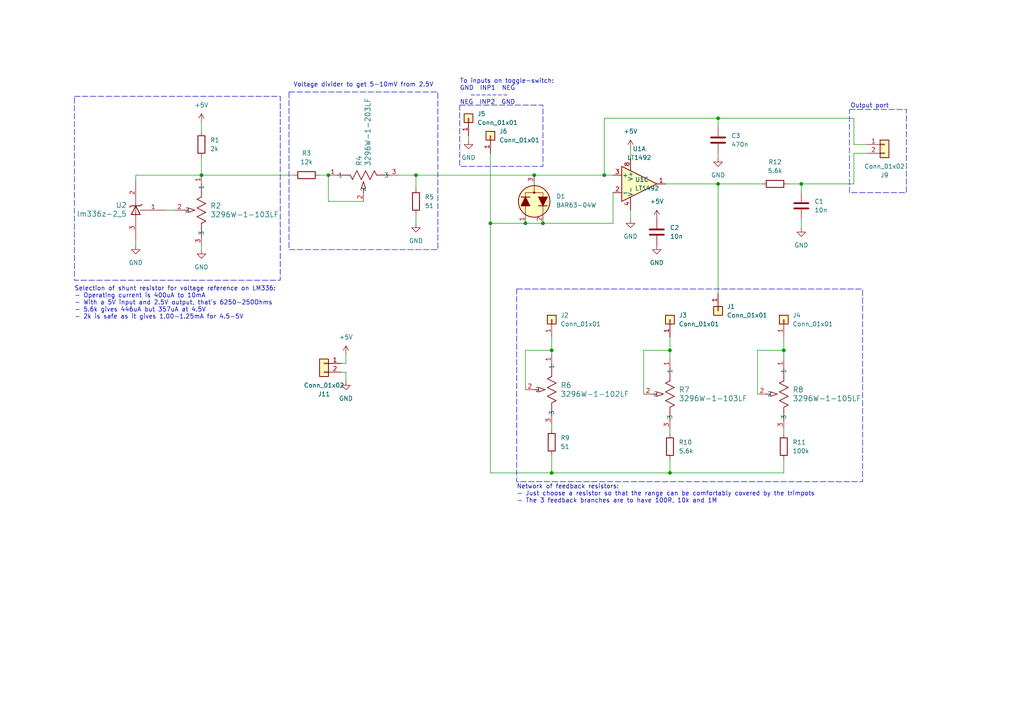
<source format=kicad_sch>
(kicad_sch (version 20231120) (generator "eeschema") (generator_version "8.0")
  (paper "A4")
  (title_block (title "Safe Ohmmeter, Author: Prasanna Pakkiam") (rev "1.0"))
  (lib_symbols
    (symbol "Amplifier_Operational:LT1492" (pin_names (offset 0.127))
      (property "Reference" "U" (at 0 5.08 0))
      (property "Value" "LT1492" (at 0 -5.08 0))
      (symbol "LT1492_1_1"
        (polyline (pts (xy -5.08 5.08) (xy 5.08 0) (xy -5.08 -5.08) (xy -5.08 5.08)) (stroke (width 0.254)) (fill (type background)))
        (pin output line (at 7.62 0 180) (length 2.54) (name "~") (number "1"))
        (pin input line (at -7.62 -2.54 0) (length 2.54) (name "-") (number "2"))
        (pin input line (at -7.62 2.54 0) (length 2.54) (name "+") (number "3"))
      )
      (symbol "LT1492_2_1"
        (polyline (pts (xy -5.08 5.08) (xy 5.08 0) (xy -5.08 -5.08) (xy -5.08 5.08)) (stroke (width 0.254)) (fill (type background)))
        (pin input line (at -7.62 2.54 0) (length 2.54) (name "+") (number "5"))
        (pin input line (at -7.62 -2.54 0) (length 2.54) (name "-") (number "6"))
        (pin output line (at 7.62 0 180) (length 2.54) (name "~") (number "7"))
      )
      (symbol "LT1492_3_1"
        (pin power_in line (at -2.54 -7.62 90) (length 3.81) (name "V-") (number "4"))
        (pin power_in line (at -2.54 7.62 270) (length 3.81) (name "V+") (number "8"))
      )
    )
    (symbol "BournsTrimpots:3296W-1-103LF" (pin_names (offset 0.254))
      (property "Reference" "R" (at 10.795 -3.175 0))
      (property "Value" "3296W-1-103LF" (at 10.795 -6.35 0))
      (symbol "3296W-1-103LF_1_1"
        (polyline (pts (xy 2.54 0) (xy 6.35 0)) (stroke (width 0.2032)))
        (polyline (pts (xy 6.35 0) (xy 6.985 1.27)) (stroke (width 0.2032)))
        (polyline (pts (xy 6.985 1.27) (xy 8.255 -1.27)) (stroke (width 0.2032)))
        (polyline (pts (xy 8.255 -1.27) (xy 9.525 1.27)) (stroke (width 0.2032)))
        (polyline (pts (xy 9.525 1.27) (xy 10.795 -1.27)) (stroke (width 0.2032)))
        (polyline (pts (xy 9.525 3.81) (xy 10.16 1.905)) (stroke (width 0.2032)))
        (polyline (pts (xy 9.525 3.81) (xy 10.795 3.81)) (stroke (width 0.2032)))
        (polyline (pts (xy 10.16 3.81) (xy 10.16 5.08)) (stroke (width 0.2032)))
        (polyline (pts (xy 10.795 -1.27) (xy 12.065 1.27)) (stroke (width 0.2032)))
        (polyline (pts (xy 10.795 3.81) (xy 10.16 1.905)) (stroke (width 0.2032)))
        (polyline (pts (xy 12.065 1.27) (xy 13.335 -1.27)) (stroke (width 0.2032)))
        (polyline (pts (xy 13.335 -1.27) (xy 13.97 0)) (stroke (width 0.2032)))
        (polyline (pts (xy 13.97 0) (xy 17.78 0)) (stroke (width 0.2032)))
        (pin unspecified line (at 0 0 0) (length 2.54) (name "1") (number "1"))
        (pin unspecified line (at 10.16 7.62 270) (length 2.54) (name "2") (number "2"))
        (pin unspecified line (at 20.32 0 180) (length 2.54) (name "3") (number "3"))
      )
      (symbol "3296W-1-103LF_1_2"
        (polyline (pts (xy -3.81 -10.795) (xy -3.81 -9.525)) (stroke (width 0.2032)))
        (polyline (pts (xy -3.81 -10.795) (xy -1.905 -10.16)) (stroke (width 0.2032)))
        (polyline (pts (xy -3.81 -10.16) (xy -5.08 -10.16)) (stroke (width 0.2032)))
        (polyline (pts (xy -3.81 -9.525) (xy -1.905 -10.16)) (stroke (width 0.2032)))
        (polyline (pts (xy -1.27 -13.335) (xy 1.27 -12.065)) (stroke (width 0.2032)))
        (polyline (pts (xy -1.27 -10.795) (xy 1.27 -9.525)) (stroke (width 0.2032)))
        (polyline (pts (xy -1.27 -8.255) (xy 1.27 -6.985)) (stroke (width 0.2032)))
        (polyline (pts (xy 0 -17.78) (xy 0 -13.97)) (stroke (width 0.2032)))
        (polyline (pts (xy 0 -13.97) (xy -1.27 -13.335)) (stroke (width 0.2032)))
        (polyline (pts (xy 0 -6.35) (xy 0 -2.54)) (stroke (width 0.2032)))
        (polyline (pts (xy 1.27 -12.065) (xy -1.27 -10.795)) (stroke (width 0.2032)))
        (polyline (pts (xy 1.27 -9.525) (xy -1.27 -8.255)) (stroke (width 0.2032)))
        (polyline (pts (xy 1.27 -6.985) (xy 0 -6.35)) (stroke (width 0.2032)))
        (pin unspecified line (at 0 0 270) (length 2.54) (name "1") (number "1"))
        (pin unspecified line (at -7.62 -10.16 0) (length 2.54) (name "2") (number "2"))
        (pin unspecified line (at 0 -20.32 90) (length 2.54) (name "3") (number "3"))
      )
    )
    (symbol "Connector_Generic:Conn_01x01" (pin_names (offset 1.016) hide)
      (property "Reference" "J" (at 0 2.54 0))
      (property "Value" "Conn_01x01" (at 0 -2.54 0))
      (symbol "Conn_01x01_1_1"
        (rectangle (start -1.27 0.127) (end 0 -0.127) (stroke (width 0.1524)))
        (rectangle (start -1.27 1.27) (end 1.27 -1.27) (stroke (width 0.254)) (fill (type background)))
        (pin passive line (at -5.08 0 0) (length 3.81) (name "Pin_1") (number "1"))
      )
    )
    (symbol "Connector_Generic:Conn_01x02" (pin_names (offset 1.016) hide)
      (property "Reference" "J" (at 0 2.54 0))
      (property "Value" "Conn_01x02" (at 0 -5.08 0))
      (symbol "Conn_01x02_1_1"
        (rectangle (start -1.27 -2.413) (end 0 -2.667) (stroke (width 0.1524)))
        (rectangle (start -1.27 0.127) (end 0 -0.127) (stroke (width 0.1524)))
        (rectangle (start -1.27 1.27) (end 1.27 -3.81) (stroke (width 0.254)) (fill (type background)))
        (pin passive line (at -5.08 0 0) (length 3.81) (name "Pin_1") (number "1"))
        (pin passive line (at -5.08 -2.54 0) (length 3.81) (name "Pin_2") (number "2"))
      )
    )
    (symbol "Device:C" (pin_numbers hide) (pin_names (offset 0.254))
      (property "Reference" "C" (at 0.635 2.54 0))
      (property "Value" "C" (at 0.635 -2.54 0))
      (symbol "C_0_1"
        (polyline (pts (xy -2.032 -0.762) (xy 2.032 -0.762)) (stroke (width 0.508)))
        (polyline (pts (xy -2.032 0.762) (xy 2.032 0.762)) (stroke (width 0.508)))
      )
      (symbol "C_1_1"
        (pin passive line (at 0 3.81 270) (length 2.794) (name "~") (number "1"))
        (pin passive line (at 0 -3.81 90) (length 2.794) (name "~") (number "2"))
      )
    )
    (symbol "Device:R" (pin_numbers hide) (pin_names (offset 0))
      (property "Reference" "R" (at 2.032 0 90))
      (property "Value" "R" (at 0 0 90))
      (symbol "R_0_1"
        (rectangle (start -1.016 -2.54) (end 1.016 2.54) (stroke (width 0.254)))
      )
      (symbol "R_1_1"
        (pin passive line (at 0 3.81 270) (length 1.27) (name "~") (number "1"))
        (pin passive line (at 0 -3.81 90) (length 1.27) (name "~") (number "2"))
      )
    )
    (symbol "Diode_AKL:BAR63-04W" (pin_names (offset 1.016) hide)
      (property "Reference" "D" (at 0 8.89 0))
      (property "Value" "BAR63-04W" (at 0 6.35 0))
      (symbol "BAR63-04W_0_1"
        (polyline (pts (xy -1.27 -2.54) (xy -3.81 -2.54)))
        (polyline (pts (xy -1.27 -1.27) (xy -1.27 -3.81)) (stroke (width 0.254)))
        (polyline (pts (xy -1.27 2.54) (xy -3.81 2.54)))
        (polyline (pts (xy 1.27 3.81) (xy 1.27 1.27)) (stroke (width 0.254)))
        (polyline (pts (xy 5.08 0) (xy 2.54 0)))
        (polyline (pts (xy 1.27 -2.54) (xy 2.54 -2.54) (xy 2.54 2.54) (xy 1.27 2.54)))
        (circle (center 0 0) (radius 4.572) (stroke (width 0.254)) (fill (type background)))
        (circle (center 2.54 0) (radius 0.254) (fill (type outline)))
      )
      (symbol "BAR63-04W_0_2"
        (arc (start -2.54 -2.54) (mid 0 -5.0576) (end 2.54 -2.54) (stroke (width 0.254)))
        (polyline (pts (xy -2.54 2.54) (xy -2.54 -2.54)) (stroke (width 0.254)))
        (polyline (pts (xy 0 -5.08) (xy 0 -3.81)))
        (polyline (pts (xy 0 0) (xy 2.54 0)))
        (polyline (pts (xy 0 1.27) (xy 0 -1.27)))
        (polyline (pts (xy 0 5.08) (xy 0 3.81)))
        (polyline (pts (xy 1.27 -3.81) (xy -1.27 -3.81)) (stroke (width 0.254)))
        (polyline (pts (xy 1.27 1.27) (xy -1.27 1.27)) (stroke (width 0.254)))
        (polyline (pts (xy 2.54 -2.54) (xy 2.54 2.54)) (stroke (width 0.254)))
        (polyline (pts (xy 0 -5.08) (xy -1.016 -4.826) (xy -1.778 -4.318) (xy -2.286 -3.556) (xy -2.54 -3.048) (xy -2.54 2.794) (xy -2.286 3.556) (xy -1.778 4.318) (xy -1.016 4.826) (xy -0.254 5.08) (xy 0.254 5.08) (xy 1.016 4.826) (xy 1.524 4.572) (xy 2.032 4.064) (xy 2.286 3.556) (xy 2.54 2.794) (xy 2.54 -2.794) (xy 2.286 -3.556) (xy 2.032 -4.064) (xy 1.524 -4.572) (xy 1.016 -4.826) (xy 0 -5.08)) (stroke (width 0.01)) (fill (type background)))
        (circle (center 0 0) (radius 0.254) (fill (type outline)))
        (arc (start 2.54 2.54) (mid 0 5.0576) (end -2.54 2.54) (stroke (width 0.254)))
      )
      (symbol "BAR63-04W_1_1"
        (polyline (pts (xy -1.27 2.54) (xy 1.27 2.54)))
        (polyline (pts (xy 1.27 -2.54) (xy -1.27 -2.54)))
        (polyline (pts (xy -1.27 1.27) (xy -1.27 3.81) (xy 1.27 2.54) (xy -1.27 1.27)) (stroke (width 0.254)) (fill (type outline)))
        (polyline (pts (xy 1.27 -1.27) (xy 1.27 -3.81) (xy -1.27 -2.54) (xy 1.27 -1.27)) (stroke (width 0.254)) (fill (type outline)))
        (pin passive line (at -6.35 2.54 0) (length 2.54) (name "A") (number "1"))
        (pin passive line (at -6.35 -2.54 0) (length 2.54) (name "K") (number "2"))
        (pin passive line (at 7.62 0 180) (length 2.54) (name "C") (number "3"))
      )
      (symbol "BAR63-04W_1_2"
        (polyline (pts (xy 1.27 -1.27) (xy -1.27 -1.27) (xy 0 -3.81) (xy 1.27 -1.27)) (stroke (width 0.254)) (fill (type outline)))
        (polyline (pts (xy 1.27 3.81) (xy -1.27 3.81) (xy 0 1.27) (xy 1.27 3.81)) (stroke (width 0.254)) (fill (type outline)))
        (pin passive line (at 0 7.62 270) (length 2.54) (name "A") (number "1"))
        (pin passive line (at 0 -7.62 90) (length 2.54) (name "K") (number "2"))
        (pin passive line (at 5.08 0 180) (length 2.54) (name "C") (number "3"))
      )
    )
    (symbol "LM336Z2_5V:lm336z-2_5" (pin_names (offset 0.254))
      (property "Reference" "U" (at 7.62 -1.27 0))
      (property "Value" "lm336z-2_5" (at 3.81 -3.81 0))
      (symbol "lm336z-2_5_0_1"
        (polyline (pts (xy 12.7 -5.08) (xy 12.7 -2.54)))
        (polyline (pts (xy 11.43 -5.08) (xy 13.97 -5.08) (xy 12.7 -2.54) (xy 11.43 -5.08)) (stroke (width 0.254)))
      )
      (symbol "lm336z-2_5_1_1"
        (polyline (pts (xy 10.922 -2.921) (xy 11.43 -2.54) (xy 13.97 -2.54) (xy 14.478 -2.159)) (stroke (width 0.254)))
        (pin unspecified line (at 21.59 -3.81 180) (length 7.62) (name "ADJ") (number "1"))
        (pin passive line (at 12.7 5.08 270) (length 7.62) (name "+V") (number "2"))
        (pin passive line (at 12.7 -12.7 90) (length 7.62) (name "-V") (number "3"))
      )
    )
    (symbol "power:+5V" (power) (pin_names (offset 0))
      (property "Value" "+5V" (at 0 3.556 0))
      (symbol "+5V_0_1"
        (polyline (pts (xy -0.762 1.27) (xy 0 2.54)))
        (polyline (pts (xy 0 0) (xy 0 2.54)))
        (polyline (pts (xy 0 2.54) (xy 0.762 1.27)))
      )
      (symbol "+5V_1_1"
        (pin power_in line (at 0 0 90) (length 0) hide (name "+5V") (number "1"))
      )
    )
    (symbol "power:GND" (power) (pin_names (offset 0))
      (property "Value" "GND" (at 0 -3.81 0))
      (symbol "GND_0_1"
        (polyline (pts (xy 0 0) (xy 0 -1.27) (xy 1.27 -1.27) (xy 0 -2.54) (xy -1.27 -1.27) (xy 0 -1.27)))
      )
      (symbol "GND_1_1"
        (pin power_in line (at 0 0 270) (length 0) hide (name "GND") (number "1"))
      )
    )
  )
  (junction (at 95.25 50.8))
  (junction (at 194.31 137.16))
  (junction (at 232.41 53.34))
  (junction (at 160.02 137.16))
  (junction (at 208.28 34.29))
  (junction (at 160.02 101.6))
  (junction (at 142.24 64.77))
  (junction (at 157.48 64.77))
  (junction (at 208.28 53.34))
  (junction (at 194.31 101.6))
  (junction (at 227.33 101.6))
  (junction (at 154.94 50.8))
  (junction (at 175.26 50.8))
  (junction (at 58.42 50.8))
  (junction (at 120.65 50.8))
  (junction (at 152.4 64.77))
  (wire (pts (xy 219.71 114.3) (xy 219.71 101.6)))
  (wire (pts (xy 247.65 41.91) (xy 251.46 41.91)))
  (wire (pts (xy 177.8 64.77) (xy 177.8 55.88)))
  (wire (pts (xy 58.42 50.8) (xy 85.09 50.8)))
  (wire (pts (xy 232.41 66.04) (xy 232.41 63.5)))
  (wire (pts (xy 100.33 107.95) (xy 99.06 107.95)))
  (wire (pts (xy 160.02 97.79) (xy 160.02 101.6)))
  (wire (pts (xy 100.33 107.95) (xy 100.33 110.49)))
  (wire (pts (xy 227.33 133.35) (xy 227.33 137.16)))
  (wire (pts (xy 58.42 35.56) (xy 58.42 38.1)))
  (wire (pts (xy 152.4 101.6) (xy 160.02 101.6)))
  (wire (pts (xy 208.28 53.34) (xy 220.98 53.34)))
  (wire (pts (xy 120.65 64.77) (xy 120.65 62.23)))
  (wire (pts (xy 48.26 60.96) (xy 50.8 60.96)))
  (wire (pts (xy 39.37 71.12) (xy 39.37 69.85)))
  (wire (pts (xy 194.31 137.16) (xy 227.33 137.16)))
  (wire (pts (xy 247.65 34.29) (xy 247.65 41.91)))
  (wire (pts (xy 227.33 97.79) (xy 227.33 101.6)))
  (wire (pts (xy 193.04 53.34) (xy 208.28 53.34)))
  (wire (pts (xy 160.02 132.08) (xy 160.02 137.16)))
  (wire (pts (xy 115.57 50.8) (xy 120.65 50.8)))
  (wire (pts (xy 175.26 50.8) (xy 177.8 50.8)))
  (wire (pts (xy 95.25 50.8) (xy 95.25 58.42)))
  (wire (pts (xy 142.24 137.16) (xy 160.02 137.16)))
  (wire (pts (xy 92.71 50.8) (xy 95.25 50.8)))
  (wire (pts (xy 100.33 105.41) (xy 99.06 105.41)))
  (wire (pts (xy 208.28 34.29) (xy 175.26 34.29)))
  (wire (pts (xy 160.02 101.6) (xy 160.02 102.87)))
  (wire (pts (xy 105.41 58.42) (xy 95.25 58.42)))
  (wire (pts (xy 58.42 71.12) (xy 58.42 72.39)))
  (wire (pts (xy 182.88 60.96) (xy 182.88 63.5)))
  (wire (pts (xy 219.71 101.6) (xy 227.33 101.6)))
  (wire (pts (xy 157.48 64.77) (xy 152.4 64.77)))
  (wire (pts (xy 247.65 44.45) (xy 251.46 44.45)))
  (wire (pts (xy 120.65 50.8) (xy 154.94 50.8)))
  (wire (pts (xy 232.41 55.88) (xy 232.41 53.34)))
  (wire (pts (xy 160.02 123.19) (xy 160.02 124.46)))
  (wire (pts (xy 247.65 34.29) (xy 208.28 34.29)))
  (wire (pts (xy 194.31 97.79) (xy 194.31 101.6)))
  (wire (pts (xy 208.28 34.29) (xy 208.28 36.83)))
  (wire (pts (xy 175.26 34.29) (xy 175.26 50.8)))
  (wire (pts (xy 135.89 39.37) (xy 135.89 40.64)))
  (wire (pts (xy 100.33 102.87) (xy 100.33 105.41)))
  (wire (pts (xy 152.4 113.03) (xy 152.4 101.6)))
  (wire (pts (xy 160.02 137.16) (xy 194.31 137.16)))
  (wire (pts (xy 142.24 44.45) (xy 142.24 64.77)))
  (wire (pts (xy 194.31 124.46) (xy 194.31 125.73)))
  (wire (pts (xy 186.69 114.3) (xy 186.69 101.6)))
  (wire (pts (xy 194.31 133.35) (xy 194.31 137.16)))
  (wire (pts (xy 186.69 101.6) (xy 194.31 101.6)))
  (wire (pts (xy 227.33 125.73) (xy 227.33 124.46)))
  (wire (pts (xy 177.8 64.77) (xy 157.48 64.77)))
  (wire (pts (xy 142.24 64.77) (xy 142.24 137.16)))
  (wire (pts (xy 154.94 50.8) (xy 175.26 50.8)))
  (wire (pts (xy 182.88 43.18) (xy 182.88 45.72)))
  (wire (pts (xy 120.65 54.61) (xy 120.65 50.8)))
  (wire (pts (xy 208.28 44.45) (xy 208.28 45.72)))
  (wire (pts (xy 152.4 64.77) (xy 142.24 64.77)))
  (wire (pts (xy 232.41 53.34) (xy 247.65 53.34)))
  (wire (pts (xy 208.28 53.34) (xy 208.28 85.09)))
  (wire (pts (xy 228.6 53.34) (xy 232.41 53.34)))
  (wire (pts (xy 247.65 53.34) (xy 247.65 44.45)))
  (wire (pts (xy 58.42 45.72) (xy 58.42 50.8)))
  (wire (pts (xy 194.31 101.6) (xy 194.31 104.14)))
  (wire (pts (xy 39.37 50.8) (xy 58.42 50.8)))
  (wire (pts (xy 227.33 101.6) (xy 227.33 104.14)))
  (wire (pts (xy 39.37 52.07) (xy 39.37 50.8)))
  (rectangle (start 21.59 27.94) (end 81.28 81.28) (stroke (width 0) (type dash)))
  (rectangle (start 133.35 30.48) (end 157.48 48.26) (stroke (width 0) (type dash)))
  (rectangle (start 83.82 26.67) (end 127 72.39) (stroke (width 0) (type dash)))
  (rectangle (start 246.38 31.75) (end 262.89 55.88) (stroke (width 0) (type dash)))
  (rectangle (start 149.86 83.82) (end 250.19 139.7) (stroke (width 0) (type dash)))
  (text "Voltage divider to get 5-10mV from 2.5V" (at 85.09 25.4 0) (effects (font (size 1.27 1.27)) (justify left bottom)))
  (text "Output port" (at 246.634 31.496 0) (effects (font (size 1.27 1.27)) (justify left bottom)))
  (text "Network of feedback resistors:\n- Just choose a resistor so that the range can be comfortably covered by the trimpots\n- The 3 feedback branches are to have 100R, 10k and 1M" (at 149.86 146.05 0) (effects (font (size 1.27 1.27)) (justify left bottom)))
  (text "Selection of shunt resistor for voltage reference on LM336:\n- Operating current is 400uA to 10mA\n- With a 5V input and 2.5V output, that's 6250-250Ohms\n- 5.6k gives 446uA but 357uA at 4.5V\n- 2k is safe as it gives 1.00-1.25mA for 4.5-5V" (at 21.59 92.71 0) (effects (font (size 1.27 1.27)) (justify left bottom)))
  (text "To inputs on toggle-switch:\nGND  INP1  NEG\n   -------\nNEG  INP2  GND" (at 133.35 30.48 0) (effects (font (size 1.27 1.27)) (justify left bottom)))
  (symbol (lib_id "Amplifier_Operational:LT1492") (at 185.42 53.34 0) (unit 3)
    (property "Reference" "U1" (at 184.15 52.07 0) (effects (justify left)))
    (property "Value" "LT1492" (at 184.15 54.61 0) (effects (justify left)))
    (property "Footprint" "Package_SO:SOIC-8_3.9x4.9mm_P1.27mm" (effects (hide yes)))
    (property "Datasheet" "https://www.analog.com/media/en/technical-documentation/data-sheets/14923f.pdf" (effects (hide yes)))
  )
  (symbol (lib_id "Device:C") (at 208.28 40.64 0) (unit 1)
    (property "Reference" "C3" (at 212.09 39.3699 0) (effects (justify left)))
    (property "Value" "470n" (at 212.09 41.9099 0) (effects (justify left)))
    (property "Footprint" "Capacitor_SMD:C_0603_1608Metric_Pad1.08x0.95mm_HandSolder" (effects (hide yes)))
  )
  (symbol (lib_id "Connector_Generic:Conn_01x02") (at 93.98 105.41 0) (mirror y) (unit 1)
    (property "Reference" "J11" (at 93.98 114.3 0))
    (property "Value" "Conn_01x02" (at 93.98 111.76 0))
    (property "Footprint" "Connector_PinHeader_2.54mm:PinHeader_1x02_P2.54mm_Vertical" (effects (hide yes)))
    (property "Description" "Generic connector, single row, 01x02, script generated (kicad-library-utils/schlib/autogen/connector/)" (effects (hide yes)))
  )
  (symbol (lib_id "Amplifier_Operational:LT1492") (at 185.42 53.34 0) (unit 1)
    (property "Reference" "U1" (at 185.42 43.18 0))
    (property "Value" "LT1492" (at 185.42 45.72 0))
    (property "Footprint" "Package_SO:SOIC-8_3.9x4.9mm_P1.27mm" (effects (hide yes)))
    (property "Datasheet" "https://www.analog.com/media/en/technical-documentation/data-sheets/14923f.pdf" (effects (hide yes)))
  )
  (symbol (lib_id "Connector_Generic:Conn_01x01") (at 208.28 90.17 270) (unit 1)
    (property "Reference" "J1" (at 210.82 88.9 90) (effects (justify left)))
    (property "Value" "Conn_01x01" (at 210.82 91.44 90) (effects (justify left)))
    (property "Footprint" "Connector_PinHeader_2.54mm:PinHeader_1x01_P2.54mm_Vertical" (effects (hide yes)))
  )
  (symbol (lib_id "power:+5V") (at 100.33 102.87 0) (unit 1)
    (property "Reference" "#PWR012" (effects (hide yes)))
    (property "Value" "+5V" (at 100.33 97.79 0))
  )
  (symbol (lib_id "Device:R") (at 194.31 129.54 180) (unit 1)
    (property "Reference" "R10" (at 196.85 128.27 0) (effects (justify right)))
    (property "Value" "5.6k" (at 196.85 130.81 0) (effects (justify right)))
    (property "Footprint" "Resistor_SMD:R_0603_1608Metric_Pad0.98x0.95mm_HandSolder" (effects (hide yes)))
  )
  (symbol (lib_id "Connector_Generic:Conn_01x02") (at 256.54 41.91 0) (unit 1)
    (property "Reference" "J9" (at 256.54 50.8 0))
    (property "Value" "Conn_01x02" (at 256.54 48.26 0))
    (property "Footprint" "Connector_PinHeader_2.54mm:PinHeader_1x02_P2.54mm_Vertical" (effects (hide yes)))
    (property "Description" "Generic connector, single row, 01x02, script generated (kicad-library-utils/schlib/autogen/connector/)" (effects (hide yes)))
  )
  (symbol (lib_id "Device:C") (at 232.41 59.69 0) (unit 1)
    (property "Reference" "C1" (at 236.22 58.42 0) (effects (justify left)))
    (property "Value" "10n" (at 236.22 60.96 0) (effects (justify left)))
    (property "Footprint" "Capacitor_SMD:C_0603_1608Metric_Pad1.08x0.95mm_HandSolder" (effects (hide yes)))
  )
  (symbol (lib_id "power:GND") (at 120.65 64.77 0) (unit 1)
    (property "Reference" "#PWR04" (effects (hide yes)))
    (property "Value" "GND" (at 120.65 69.85 0))
  )
  (symbol (lib_id "power:GND") (at 135.89 40.64 0) (unit 1)
    (property "Reference" "#PWR07" (effects (hide yes)))
    (property "Value" "GND" (at 135.89 45.72 0))
  )
  (symbol (lib_id "BournsTrimpots:3296W-1-103LF") (at 160.02 102.87 90) (mirror x) (unit 1)
    (property "Reference" "R6" (at 162.56 111.76 90) (effects (font (size 1.524 1.524)) (justify right)))
    (property "Value" "3296W-1-102LF" (at 162.56 114.3 90) (effects (font (size 1.524 1.524)) (justify right)))
    (property "Footprint" "POT_3296W" (effects (hide yes)))
    (property "Datasheet" "3296W-1-103LF" (effects (hide yes)))
  )
  (symbol (lib_id "LM336Z2_5V:lm336z-2_5") (at 26.67 57.15 0) (unit 1)
    (property "Reference" "U2" (at 36.83 59.4995 0) (effects (font (size 1.524 1.524)) (justify right)))
    (property "Value" "lm336z-2_5" (at 36.83 62.0395 0) (effects (font (size 1.524 1.524)) (justify right)))
    (property "Footprint" "Z03A_TEX" (effects (hide yes)))
    (property "Datasheet" "lm336z-2_5" (effects (hide yes)))
  )
  (symbol (lib_id "BournsTrimpots:3296W-1-103LF") (at 194.31 104.14 90) (mirror x) (unit 1)
    (property "Reference" "R7" (at 196.85 113.03 90) (effects (font (size 1.524 1.524)) (justify right)))
    (property "Value" "3296W-1-103LF" (at 196.85 115.57 90) (effects (font (size 1.524 1.524)) (justify right)))
    (property "Footprint" "POT_3296W" (effects (hide yes)))
    (property "Datasheet" "3296W-1-103LF" (effects (hide yes)))
  )
  (symbol (lib_id "Connector_Generic:Conn_01x01") (at 160.02 92.71 90) (unit 1)
    (property "Reference" "J2" (at 162.56 91.44 90) (effects (justify right)))
    (property "Value" "Conn_01x01" (at 162.56 93.98 90) (effects (justify right)))
    (property "Footprint" "Connector_PinHeader_2.54mm:PinHeader_1x01_P2.54mm_Vertical" (effects (hide yes)))
  )
  (symbol (lib_id "power:GND") (at 100.33 110.49 0) (unit 1)
    (property "Reference" "#PWR013" (effects (hide yes)))
    (property "Value" "GND" (at 100.33 115.57 0))
  )
  (symbol (lib_id "Connector_Generic:Conn_01x01") (at 227.33 92.71 90) (unit 1)
    (property "Reference" "J4" (at 229.87 91.44 90) (effects (justify right)))
    (property "Value" "Conn_01x01" (at 229.87 93.98 90) (effects (justify right)))
    (property "Footprint" "Connector_PinHeader_2.54mm:PinHeader_1x01_P2.54mm_Vertical" (effects (hide yes)))
  )
  (symbol (lib_id "power:GND") (at 58.42 72.39 0) (unit 1)
    (property "Reference" "#PWR03" (effects (hide yes)))
    (property "Value" "GND" (at 58.42 77.47 0))
  )
  (symbol (lib_id "Device:R") (at 160.02 128.27 180) (unit 1)
    (property "Reference" "R9" (at 162.56 127 0) (effects (justify right)))
    (property "Value" "51" (at 162.56 129.54 0) (effects (justify right)))
    (property "Footprint" "Resistor_SMD:R_0603_1608Metric_Pad0.98x0.95mm_HandSolder" (effects (hide yes)))
  )
  (symbol (lib_id "Device:R") (at 88.9 50.8 90) (unit 1)
    (property "Reference" "R3" (at 88.9 44.45 90))
    (property "Value" "12k" (at 88.9 46.99 90))
    (property "Footprint" "Resistor_SMD:R_0603_1608Metric_Pad0.98x0.95mm_HandSolder" (effects (hide yes)))
  )
  (symbol (lib_id "power:GND") (at 39.37 71.12 0) (unit 1)
    (property "Reference" "#PWR09" (effects (hide yes)))
    (property "Value" "GND" (at 39.37 76.2 0))
  )
  (symbol (lib_id "Diode_AKL:BAR63-04W") (at 154.94 58.42 90) (unit 1)
    (property "Reference" "D1" (at 161.29 56.9594 90) (effects (justify right)))
    (property "Value" "BAR63-04W" (at 161.29 59.4994 90) (effects (justify right)))
    (property "Footprint" "Package_TO_SOT_SMD:SOT-323_SC-70_Handsoldering" (effects (hide yes)))
    (property "Datasheet" "https://www.tme.eu/Document/e932ac8a89ba151a9c2225de70851709/BAR63xx_ser.pdf" (effects (hide yes)))
    (property "Description" "SOT-323 Dual PIN diode, series, 50V, 100mA, Alternate KiCad Library" (effects (hide yes)))
  )
  (symbol (lib_id "power:GND") (at 182.88 63.5 0) (unit 1)
    (property "Reference" "#PWR06" (effects (hide yes)))
    (property "Value" "GND" (at 182.88 68.58 0))
  )
  (symbol (lib_id "Device:C") (at 190.5 67.31 0) (unit 1)
    (property "Reference" "C2" (at 194.31 66.04 0) (effects (justify left)))
    (property "Value" "10n" (at 194.31 68.58 0) (effects (justify left)))
    (property "Footprint" "Capacitor_SMD:C_0603_1608Metric_Pad1.08x0.95mm_HandSolder" (effects (hide yes)))
  )
  (symbol (lib_id "power:GND") (at 190.5 71.12 0) (unit 1)
    (property "Reference" "#PWR010" (effects (hide yes)))
    (property "Value" "GND" (at 190.5 76.2 0))
  )
  (symbol (lib_id "Device:R") (at 227.33 129.54 180) (unit 1)
    (property "Reference" "R11" (at 229.87 128.27 0) (effects (justify right)))
    (property "Value" "100k" (at 229.87 130.81 0) (effects (justify right)))
    (property "Footprint" "Resistor_SMD:R_0603_1608Metric_Pad0.98x0.95mm_HandSolder" (effects (hide yes)))
  )
  (symbol (lib_id "power:+5V") (at 190.5 63.5 0) (unit 1)
    (property "Reference" "#PWR02" (effects (hide yes)))
    (property "Value" "+5V" (at 190.5 58.42 0))
  )
  (symbol (lib_id "BournsTrimpots:3296W-1-103LF") (at 95.25 50.8 0) (mirror x) (unit 1)
    (property "Reference" "R4" (at 104.14 48.26 90) (effects (font (size 1.524 1.524)) (justify right)))
    (property "Value" "3296W-1-203LF" (at 106.68 48.26 90) (effects (font (size 1.524 1.524)) (justify right)))
    (property "Footprint" "POT_3296W" (effects (hide yes)))
    (property "Datasheet" "3296W-1-103LF" (effects (hide yes)))
  )
  (symbol (lib_id "power:+5V") (at 58.42 35.56 0) (unit 1)
    (property "Reference" "#PWR01" (effects (hide yes)))
    (property "Value" "+5V" (at 58.42 30.48 0))
  )
  (symbol (lib_id "power:GND") (at 232.41 66.04 0) (unit 1)
    (property "Reference" "#PWR08" (effects (hide yes)))
    (property "Value" "GND" (at 232.41 71.12 0))
  )
  (symbol (lib_id "Connector_Generic:Conn_01x01") (at 194.31 92.71 90) (unit 1)
    (property "Reference" "J3" (at 196.85 91.44 90) (effects (justify right)))
    (property "Value" "Conn_01x01" (at 196.85 93.98 90) (effects (justify right)))
    (property "Footprint" "Connector_PinHeader_2.54mm:PinHeader_1x01_P2.54mm_Vertical" (effects (hide yes)))
  )
  (symbol (lib_id "power:+5V") (at 182.88 43.18 0) (unit 1)
    (property "Reference" "#PWR05" (effects (hide yes)))
    (property "Value" "+5V" (at 182.88 38.1 0))
  )
  (symbol (lib_id "Connector_Generic:Conn_01x01") (at 142.24 39.37 90) (unit 1)
    (property "Reference" "J6" (at 144.78 38.1 90) (effects (justify right)))
    (property "Value" "Conn_01x01" (at 144.78 40.64 90) (effects (justify right)))
    (property "Footprint" "Connector_PinHeader_2.54mm:PinHeader_1x01_P2.54mm_Vertical" (effects (hide yes)))
  )
  (symbol (lib_id "Device:R") (at 120.65 58.42 180) (unit 1)
    (property "Reference" "R5" (at 123.19 57.15 0) (effects (justify right)))
    (property "Value" "51" (at 123.19 59.69 0) (effects (justify right)))
    (property "Footprint" "Resistor_SMD:R_0603_1608Metric_Pad0.98x0.95mm_HandSolder" (effects (hide yes)))
  )
  (symbol (lib_id "Device:R") (at 58.42 41.91 0) (unit 1)
    (property "Reference" "R1" (at 60.96 40.64 0) (effects (justify left)))
    (property "Value" "2k" (at 60.96 43.18 0) (effects (justify left)))
    (property "Footprint" "Resistor_SMD:R_0603_1608Metric_Pad0.98x0.95mm_HandSolder" (effects (hide yes)))
  )
  (symbol (lib_id "Connector_Generic:Conn_01x01") (at 135.89 34.29 90) (unit 1)
    (property "Reference" "J5" (at 138.43 33.02 90) (effects (justify right)))
    (property "Value" "Conn_01x01" (at 138.43 35.56 90) (effects (justify right)))
    (property "Footprint" "Connector_PinHeader_2.54mm:PinHeader_1x01_P2.54mm_Vertical" (effects (hide yes)))
  )
  (symbol (lib_id "BournsTrimpots:3296W-1-103LF") (at 227.33 104.14 90) (mirror x) (unit 1)
    (property "Reference" "R8" (at 229.87 113.03 90) (effects (font (size 1.524 1.524)) (justify right)))
    (property "Value" "3296W-1-105LF" (at 229.87 115.57 90) (effects (font (size 1.524 1.524)) (justify right)))
    (property "Footprint" "POT_3296W" (effects (hide yes)))
    (property "Datasheet" "3296W-1-103LF" (effects (hide yes)))
  )
  (symbol (lib_id "power:GND") (at 208.28 45.72 0) (unit 1)
    (property "Reference" "#PWR011" (effects (hide yes)))
    (property "Value" "GND" (at 208.28 50.8 0))
  )
  (symbol (lib_id "Device:R") (at 224.79 53.34 270) (unit 1)
    (property "Reference" "R12" (at 224.79 46.99 90))
    (property "Value" "5.6k" (at 224.79 49.53 90))
    (property "Footprint" "Resistor_SMD:R_0603_1608Metric_Pad0.98x0.95mm_HandSolder" (effects (hide yes)))
  )
  (symbol (lib_id "BournsTrimpots:3296W-1-103LF") (at 58.42 50.8 90) (mirror x) (unit 1)
    (property "Reference" "R2" (at 60.96 59.69 90) (effects (font (size 1.524 1.524)) (justify right)))
    (property "Value" "3296W-1-103LF" (at 60.96 62.23 90) (effects (font (size 1.524 1.524)) (justify right)))
    (property "Footprint" "POT_3296W" (effects (hide yes)))
    (property "Datasheet" "3296W-1-103LF" (effects (hide yes)))
  )
)
</source>
